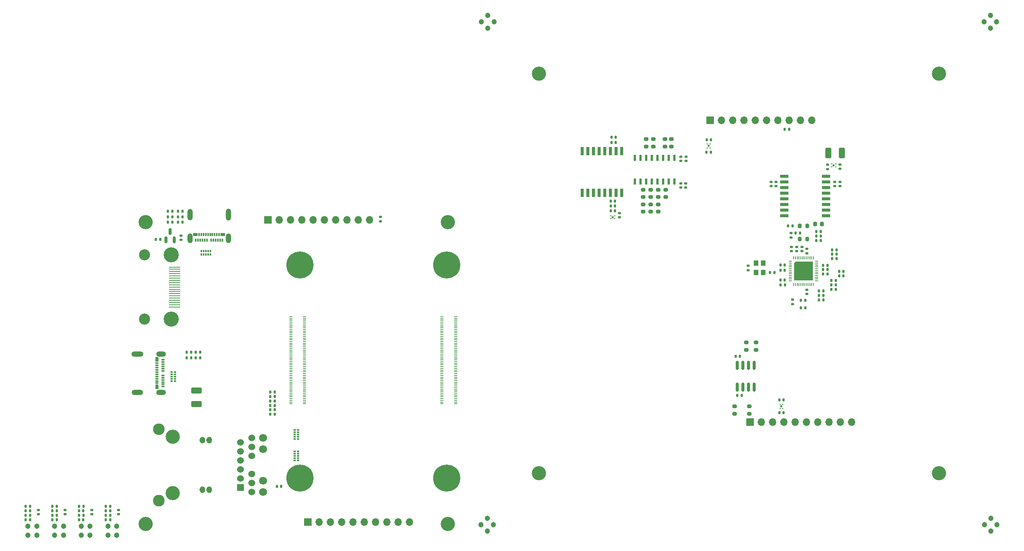
<source format=gbr>
%TF.GenerationSoftware,KiCad,Pcbnew,(7.0.0)*%
%TF.CreationDate,2023-02-14T07:36:11+09:00*%
%TF.ProjectId,audio,61756469-6f2e-46b6-9963-61645f706362,rev?*%
%TF.SameCoordinates,Original*%
%TF.FileFunction,Soldermask,Top*%
%TF.FilePolarity,Negative*%
%FSLAX46Y46*%
G04 Gerber Fmt 4.6, Leading zero omitted, Abs format (unit mm)*
G04 Created by KiCad (PCBNEW (7.0.0)) date 2023-02-14 07:36:11*
%MOMM*%
%LPD*%
G01*
G04 APERTURE LIST*
G04 Aperture macros list*
%AMRoundRect*
0 Rectangle with rounded corners*
0 $1 Rounding radius*
0 $2 $3 $4 $5 $6 $7 $8 $9 X,Y pos of 4 corners*
0 Add a 4 corners polygon primitive as box body*
4,1,4,$2,$3,$4,$5,$6,$7,$8,$9,$2,$3,0*
0 Add four circle primitives for the rounded corners*
1,1,$1+$1,$2,$3*
1,1,$1+$1,$4,$5*
1,1,$1+$1,$6,$7*
1,1,$1+$1,$8,$9*
0 Add four rect primitives between the rounded corners*
20,1,$1+$1,$2,$3,$4,$5,0*
20,1,$1+$1,$4,$5,$6,$7,0*
20,1,$1+$1,$6,$7,$8,$9,0*
20,1,$1+$1,$8,$9,$2,$3,0*%
%AMOutline5P*
0 Free polygon, 5 corners , with rotation*
0 The origin of the aperture is its center*
0 number of corners: always 5*
0 $1 to $10 corner X, Y*
0 $11 Rotation angle, in degrees counterclockwise*
0 create outline with 5 corners*
4,1,5,$1,$2,$3,$4,$5,$6,$7,$8,$9,$10,$1,$2,$11*%
%AMOutline6P*
0 Free polygon, 6 corners , with rotation*
0 The origin of the aperture is its center*
0 number of corners: always 6*
0 $1 to $12 corner X, Y*
0 $13 Rotation angle, in degrees counterclockwise*
0 create outline with 6 corners*
4,1,6,$1,$2,$3,$4,$5,$6,$7,$8,$9,$10,$11,$12,$1,$2,$13*%
%AMOutline7P*
0 Free polygon, 7 corners , with rotation*
0 The origin of the aperture is its center*
0 number of corners: always 7*
0 $1 to $14 corner X, Y*
0 $15 Rotation angle, in degrees counterclockwise*
0 create outline with 7 corners*
4,1,7,$1,$2,$3,$4,$5,$6,$7,$8,$9,$10,$11,$12,$13,$14,$1,$2,$15*%
%AMOutline8P*
0 Free polygon, 8 corners , with rotation*
0 The origin of the aperture is its center*
0 number of corners: always 8*
0 $1 to $16 corner X, Y*
0 $17 Rotation angle, in degrees counterclockwise*
0 create outline with 8 corners*
4,1,8,$1,$2,$3,$4,$5,$6,$7,$8,$9,$10,$11,$12,$13,$14,$15,$16,$1,$2,$17*%
G04 Aperture macros list end*
%ADD10C,1.200000*%
%ADD11RoundRect,0.135000X0.135000X0.185000X-0.135000X0.185000X-0.135000X-0.185000X0.135000X-0.185000X0*%
%ADD12RoundRect,0.140000X-0.140000X-0.170000X0.140000X-0.170000X0.140000X0.170000X-0.140000X0.170000X0*%
%ADD13RoundRect,0.140000X-0.170000X0.140000X-0.170000X-0.140000X0.170000X-0.140000X0.170000X0.140000X0*%
%ADD14C,3.200000*%
%ADD15RoundRect,0.200000X0.275000X-0.200000X0.275000X0.200000X-0.275000X0.200000X-0.275000X-0.200000X0*%
%ADD16RoundRect,0.140000X0.140000X0.170000X-0.140000X0.170000X-0.140000X-0.170000X0.140000X-0.170000X0*%
%ADD17RoundRect,0.200000X-0.275000X0.200000X-0.275000X-0.200000X0.275000X-0.200000X0.275000X0.200000X0*%
%ADD18Outline5P,-0.125000X0.200000X0.000000X0.200000X0.125000X0.075000X0.125000X-0.200000X-0.125000X-0.200000X90.000000*%
%ADD19Outline5P,-0.125000X0.075000X0.000000X0.200000X0.125000X0.200000X0.125000X-0.200000X-0.125000X-0.200000X90.000000*%
%ADD20Outline5P,-0.125000X0.200000X0.125000X0.200000X0.125000X-0.200000X0.000000X-0.200000X-0.125000X-0.075000X90.000000*%
%ADD21Outline5P,-0.125000X0.200000X0.125000X0.200000X0.125000X-0.075000X0.000000X-0.200000X-0.125000X-0.200000X90.000000*%
%ADD22Outline5P,-0.200000X0.200000X0.200000X0.200000X0.200000X-0.200000X-0.120000X-0.200000X-0.200000X-0.120000X135.000000*%
%ADD23RoundRect,0.150000X0.150000X-0.587500X0.150000X0.587500X-0.150000X0.587500X-0.150000X-0.587500X0*%
%ADD24RoundRect,0.135000X-0.135000X-0.185000X0.135000X-0.185000X0.135000X0.185000X-0.135000X0.185000X0*%
%ADD25RoundRect,0.140000X0.170000X-0.140000X0.170000X0.140000X-0.170000X0.140000X-0.170000X-0.140000X0*%
%ADD26R,0.700000X0.300000*%
%ADD27R,0.700000X1.000000*%
%ADD28O,2.200000X1.200000*%
%ADD29O,2.700000X1.200000*%
%ADD30O,2.600000X1.200000*%
%ADD31R,1.524000X1.524000*%
%ADD32C,1.524000*%
%ADD33C,1.800000*%
%ADD34O,1.270000X1.524000*%
%ADD35C,2.630000*%
%ADD36C,2.610000*%
%ADD37RoundRect,0.250000X0.925000X-0.412500X0.925000X0.412500X-0.925000X0.412500X-0.925000X-0.412500X0*%
%ADD38C,6.100000*%
%ADD39R,0.700000X0.200000*%
%ADD40R,0.550000X0.300000*%
%ADD41R,0.550000X0.400000*%
%ADD42R,1.700000X1.700000*%
%ADD43O,1.700000X1.700000*%
%ADD44Outline5P,-0.125000X0.200000X0.000000X0.200000X0.125000X0.075000X0.125000X-0.200000X-0.125000X-0.200000X0.000000*%
%ADD45Outline5P,-0.125000X0.075000X0.000000X0.200000X0.125000X0.200000X0.125000X-0.200000X-0.125000X-0.200000X0.000000*%
%ADD46Outline5P,-0.125000X0.200000X0.125000X0.200000X0.125000X-0.200000X0.000000X-0.200000X-0.125000X-0.075000X0.000000*%
%ADD47Outline5P,-0.125000X0.200000X0.125000X0.200000X0.125000X-0.075000X0.000000X-0.200000X-0.125000X-0.200000X0.000000*%
%ADD48Outline5P,-0.200000X0.200000X0.200000X0.200000X0.200000X-0.200000X-0.120000X-0.200000X-0.200000X-0.120000X45.000000*%
%ADD49RoundRect,0.200000X0.200000X0.275000X-0.200000X0.275000X-0.200000X-0.275000X0.200000X-0.275000X0*%
%ADD50RoundRect,0.250000X-0.412500X-0.925000X0.412500X-0.925000X0.412500X0.925000X-0.412500X0.925000X0*%
%ADD51Outline5P,-0.125000X0.200000X0.000000X0.200000X0.125000X0.075000X0.125000X-0.200000X-0.125000X-0.200000X270.000000*%
%ADD52Outline5P,-0.125000X0.075000X0.000000X0.200000X0.125000X0.200000X0.125000X-0.200000X-0.125000X-0.200000X270.000000*%
%ADD53Outline5P,-0.125000X0.200000X0.125000X0.200000X0.125000X-0.200000X0.000000X-0.200000X-0.125000X-0.075000X270.000000*%
%ADD54Outline5P,-0.125000X0.200000X0.125000X0.200000X0.125000X-0.075000X0.000000X-0.200000X-0.125000X-0.200000X270.000000*%
%ADD55Outline5P,-0.200000X0.200000X0.200000X0.200000X0.200000X-0.200000X-0.120000X-0.200000X-0.200000X-0.120000X315.000000*%
%ADD56R,0.300000X0.550000*%
%ADD57R,0.400000X0.550000*%
%ADD58RoundRect,0.135000X-0.185000X0.135000X-0.185000X-0.135000X0.185000X-0.135000X0.185000X0.135000X0*%
%ADD59Outline5P,-0.125000X0.200000X0.000000X0.200000X0.125000X0.075000X0.125000X-0.200000X-0.125000X-0.200000X180.000000*%
%ADD60Outline5P,-0.125000X0.075000X0.000000X0.200000X0.125000X0.200000X0.125000X-0.200000X-0.125000X-0.200000X180.000000*%
%ADD61Outline5P,-0.125000X0.200000X0.125000X0.200000X0.125000X-0.200000X0.000000X-0.200000X-0.125000X-0.075000X180.000000*%
%ADD62Outline5P,-0.125000X0.200000X0.125000X0.200000X0.125000X-0.075000X0.000000X-0.200000X-0.125000X-0.200000X180.000000*%
%ADD63Outline5P,-0.200000X0.200000X0.200000X0.200000X0.200000X-0.200000X-0.120000X-0.200000X-0.200000X-0.120000X225.000000*%
%ADD64RoundRect,0.225000X0.225000X0.250000X-0.225000X0.250000X-0.225000X-0.250000X0.225000X-0.250000X0*%
%ADD65RoundRect,0.135000X0.185000X-0.135000X0.185000X0.135000X-0.185000X0.135000X-0.185000X-0.135000X0*%
%ADD66RoundRect,0.150000X0.150000X-0.825000X0.150000X0.825000X-0.150000X0.825000X-0.150000X-0.825000X0*%
%ADD67R,2.600000X0.280000*%
%ADD68C,3.400000*%
%ADD69C,2.500000*%
%ADD70R,0.558000X1.391399*%
%ADD71R,0.800000X0.200000*%
%ADD72R,0.200000X0.800000*%
%ADD73Outline5P,-2.100000X1.750000X-1.750000X2.100000X2.100000X2.100000X2.100000X-2.100000X-2.100000X-2.100000X0.000000*%
%ADD74RoundRect,0.200000X-0.200000X-0.275000X0.200000X-0.275000X0.200000X0.275000X-0.200000X0.275000X0*%
%ADD75R,1.925000X0.650000*%
%ADD76R,0.300000X0.700000*%
%ADD77R,1.000000X0.700000*%
%ADD78O,1.200000X2.200000*%
%ADD79O,1.200000X2.700000*%
%ADD80O,1.200000X2.600000*%
%ADD81R,1.100000X1.300000*%
%ADD82R,0.650000X1.925000*%
G04 APERTURE END LIST*
D10*
%TO.C,U24*%
X-23000000Y-74000000D03*
X-21000000Y-74000000D03*
X-21000000Y-72000000D03*
X-23000000Y-72000000D03*
%TD*%
%TO.C,U22*%
X-17000000Y-74000000D03*
X-15000000Y-74000000D03*
X-15000000Y-72000000D03*
X-17000000Y-72000000D03*
%TD*%
%TO.C,U20*%
X-11000000Y-74000000D03*
X-9000000Y-74000000D03*
X-9000000Y-72000000D03*
X-11000000Y-72000000D03*
%TD*%
D11*
%TO.C,R63*%
X-22490000Y-69500000D03*
X-23510000Y-69500000D03*
%TD*%
%TO.C,R62*%
X-22490000Y-67500000D03*
X-23510000Y-67500000D03*
%TD*%
%TO.C,R61*%
X-16490000Y-69500000D03*
X-17510000Y-69500000D03*
%TD*%
%TO.C,R60*%
X-16490000Y-67500000D03*
X-17510000Y-67500000D03*
%TD*%
%TO.C,R59*%
X-10490000Y-69500000D03*
X-11510000Y-69500000D03*
%TD*%
%TO.C,R58*%
X-10490000Y-67500000D03*
X-11510000Y-67500000D03*
%TD*%
D12*
%TO.C,C14*%
X-23480000Y-70500000D03*
X-22520000Y-70500000D03*
%TD*%
D13*
%TO.C,C13*%
X-20640000Y-68320000D03*
X-20640000Y-69280000D03*
%TD*%
D12*
%TO.C,C12*%
X-23480000Y-68500000D03*
X-22520000Y-68500000D03*
%TD*%
%TO.C,C11*%
X-17480000Y-70500000D03*
X-16520000Y-70500000D03*
%TD*%
D13*
%TO.C,C10*%
X-14640000Y-68320000D03*
X-14640000Y-69280000D03*
%TD*%
D12*
%TO.C,C9*%
X-17480000Y-68500000D03*
X-16520000Y-68500000D03*
%TD*%
%TO.C,C8*%
X-11480000Y-70500000D03*
X-10520000Y-70500000D03*
%TD*%
D13*
%TO.C,C7*%
X-8640000Y-68320000D03*
X-8640000Y-69280000D03*
%TD*%
D12*
%TO.C,C6*%
X-11480000Y-68500000D03*
X-10520000Y-68500000D03*
%TD*%
D14*
%TO.C,*%
X92000000Y-60000000D03*
%TD*%
%TO.C,*%
X182000000Y-60000000D03*
%TD*%
%TO.C,*%
X182000000Y30000000D03*
%TD*%
%TO.C,*%
X92000000Y30000000D03*
%TD*%
D11*
%TO.C,R57*%
X155410000Y-7600000D03*
X154390000Y-7600000D03*
%TD*%
%TO.C,R56*%
X158910000Y-11700000D03*
X157890000Y-11700000D03*
%TD*%
%TO.C,R55*%
X158810000Y-18600000D03*
X157790000Y-18600000D03*
%TD*%
%TO.C,R54*%
X156010000Y-21000000D03*
X154990000Y-21000000D03*
%TD*%
D10*
%TO.C,U17*%
X195055358Y-71641145D03*
X193641144Y-73055359D03*
X192226931Y-71641145D03*
X193641144Y-70226931D03*
%TD*%
D11*
%TO.C,R41*%
X155410000Y-5600000D03*
X154390000Y-5600000D03*
%TD*%
%TO.C,R40*%
X155410000Y-6600000D03*
X154390000Y-6600000D03*
%TD*%
%TO.C,R39*%
X158910000Y-9700000D03*
X157890000Y-9700000D03*
%TD*%
%TO.C,R38*%
X158910000Y-10700000D03*
X157890000Y-10700000D03*
%TD*%
%TO.C,R37*%
X158810000Y-16600000D03*
X157790000Y-16600000D03*
%TD*%
%TO.C,R9*%
X158810000Y-17600000D03*
X157790000Y-17600000D03*
%TD*%
%TO.C,R8*%
X156010000Y-19000000D03*
X154990000Y-19000000D03*
%TD*%
%TO.C,R7*%
X156010000Y-20000000D03*
X154990000Y-20000000D03*
%TD*%
D15*
%TO.C,R53*%
X115400000Y2175000D03*
X115400000Y3825000D03*
%TD*%
D12*
%TO.C,C62*%
X136620000Y-42500000D03*
X137580000Y-42500000D03*
%TD*%
D16*
%TO.C,C78*%
X147037500Y-43510000D03*
X146077500Y-43510000D03*
%TD*%
D17*
%TO.C,R43*%
X120300000Y15225000D03*
X120300000Y13575000D03*
%TD*%
D12*
%TO.C,C51*%
X159520000Y-15600000D03*
X160480000Y-15600000D03*
%TD*%
%TO.C,C57*%
X155920000Y-13180000D03*
X156880000Y-13180000D03*
%TD*%
D18*
%TO.C,U12*%
X109029999Y-2709999D03*
D19*
X109029999Y-2059999D03*
D20*
X108129999Y-2059999D03*
D21*
X108129999Y-2709999D03*
D22*
X108579999Y-2384999D03*
%TD*%
D23*
%TO.C,U1*%
X8050000Y-7437500D03*
X9950000Y-7437500D03*
X9000000Y-5562500D03*
%TD*%
D24*
%TO.C,R33*%
X150890000Y-21100000D03*
X151910000Y-21100000D03*
%TD*%
D14*
%TO.C,REF\u002A\u002A*%
X3500000Y-71500000D03*
%TD*%
D25*
%TO.C,C2*%
X11500000Y-7480000D03*
X11500000Y-6520000D03*
%TD*%
D13*
%TO.C,C4*%
X-2620000Y-68320000D03*
X-2620000Y-69280000D03*
%TD*%
D15*
%TO.C,R49*%
X140800000Y-32225000D03*
X140800000Y-30575000D03*
%TD*%
D25*
%TO.C,C68*%
X144200000Y4620000D03*
X144200000Y5580000D03*
%TD*%
D26*
%TO.C,J5*%
X7369999Y-34499999D03*
X7369999Y-34999999D03*
X7369999Y-35499999D03*
X7369999Y-35999999D03*
X7369999Y-36499999D03*
X7369999Y-36999999D03*
X7369999Y-37999999D03*
X7369999Y-38499999D03*
X7369999Y-38999999D03*
X7369999Y-39499999D03*
X7369999Y-39999999D03*
X7369999Y-40499999D03*
D27*
X6069999Y-40599999D03*
D26*
X6069999Y-39749999D03*
X6069999Y-39249999D03*
X6069999Y-38749999D03*
X6069999Y-38249999D03*
X6069999Y-37749999D03*
X6069999Y-37249999D03*
X6069999Y-36749999D03*
X6069999Y-36249999D03*
X6069999Y-35749999D03*
X6069999Y-35249999D03*
D27*
X6069999Y-34399999D03*
D28*
X6959999Y-33179999D03*
X6959999Y-41819999D03*
D29*
X1599999Y-33179999D03*
D30*
X1599999Y-41819999D03*
%TD*%
D24*
%TO.C,R1*%
X31490000Y-41750000D03*
X32510000Y-41750000D03*
%TD*%
D14*
%TO.C,J2*%
X9637500Y-64507500D03*
X9637500Y-51807500D03*
D31*
X24877499Y-63237499D03*
D32*
X24877500Y-61205500D03*
X24877500Y-59173500D03*
X24877500Y-57141500D03*
X24877500Y-55109500D03*
X24877500Y-53077500D03*
X27417500Y-64253500D03*
X27417500Y-62221500D03*
X27417500Y-60189500D03*
X27417500Y-56125500D03*
X27417500Y-54093500D03*
X27417500Y-52061500D03*
D33*
X29957500Y-64253500D03*
X29957500Y-61713500D03*
X29957500Y-54601500D03*
X29957500Y-52061500D03*
D34*
X17767499Y-63752499D03*
X17767499Y-52572499D03*
X16297499Y-63752499D03*
X16297499Y-52572499D03*
D35*
X6462500Y-66222000D03*
D36*
X6462500Y-50093000D03*
%TD*%
D12*
%TO.C,C41*%
X108120000Y-900000D03*
X109080000Y-900000D03*
%TD*%
%TO.C,C5*%
X-5460000Y-70500000D03*
X-4500000Y-70500000D03*
%TD*%
D24*
%TO.C,R14*%
X8490000Y-3500000D03*
X9510000Y-3500000D03*
%TD*%
D37*
%TO.C,C73*%
X14900000Y-44437500D03*
X14900000Y-41362500D03*
%TD*%
D24*
%TO.C,R2*%
X31490000Y-42750000D03*
X32510000Y-42750000D03*
%TD*%
%TO.C,R35*%
X147250000Y17410000D03*
X148270000Y17410000D03*
%TD*%
D25*
%TO.C,C71*%
X158525000Y4620000D03*
X158525000Y5580000D03*
%TD*%
D38*
%TO.C,CM4_MODULE1*%
X71200000Y-61100000D03*
X71200000Y-13100000D03*
X38200000Y-61100000D03*
X38200000Y-13100000D03*
D39*
X73239999Y-44399999D03*
X70159999Y-44399999D03*
X73239999Y-43999999D03*
X70159999Y-43999999D03*
X73239999Y-43599999D03*
X70159999Y-43599999D03*
X73239999Y-43199999D03*
X70159999Y-43199999D03*
X73239999Y-42799999D03*
X70159999Y-42799999D03*
X73239999Y-42399999D03*
X70159999Y-42399999D03*
X73239999Y-41999999D03*
X70159999Y-41999999D03*
X73239999Y-41599999D03*
X70159999Y-41599999D03*
X73239999Y-41199999D03*
X70159999Y-41199999D03*
X73239999Y-40799999D03*
X70159999Y-40799999D03*
X73239999Y-40399999D03*
X70159999Y-40399999D03*
X73239999Y-39999999D03*
X70159999Y-39999999D03*
X73239999Y-39599999D03*
X70159999Y-39599999D03*
X73239999Y-39199999D03*
X70159999Y-39199999D03*
X73239999Y-38799999D03*
X70159999Y-38799999D03*
X73239999Y-38399999D03*
X70159999Y-38399999D03*
X73239999Y-37999999D03*
X70159999Y-37999999D03*
X73239999Y-37599999D03*
X70159999Y-37599999D03*
X73239999Y-37199999D03*
X70159999Y-37199999D03*
X73239999Y-36799999D03*
X70159999Y-36799999D03*
X73239999Y-36399999D03*
X70159999Y-36399999D03*
X73239999Y-35999999D03*
X70159999Y-35999999D03*
X73239999Y-35599999D03*
X70159999Y-35599999D03*
X73239999Y-35199999D03*
X70159999Y-35199999D03*
X73239999Y-34799999D03*
X70159999Y-34799999D03*
X73239999Y-34399999D03*
X70159999Y-34399999D03*
X73239999Y-33999999D03*
X70159999Y-33999999D03*
X73239999Y-33599999D03*
X70159999Y-33599999D03*
X73239999Y-33199999D03*
X70159999Y-33199999D03*
X73239999Y-32799999D03*
X70159999Y-32799999D03*
X73239999Y-32399999D03*
X70159999Y-32399999D03*
X73239999Y-31999999D03*
X70159999Y-31999999D03*
X73239999Y-31599999D03*
X70159999Y-31599999D03*
X73239999Y-31199999D03*
X70159999Y-31199999D03*
X73239999Y-30799999D03*
X70159999Y-30799999D03*
X73239999Y-30399999D03*
X70159999Y-30399999D03*
X73239999Y-29999999D03*
X70159999Y-29999999D03*
X73239999Y-29599999D03*
X70159999Y-29599999D03*
X73239999Y-29199999D03*
X70159999Y-29199999D03*
X73239999Y-28799999D03*
X70159999Y-28799999D03*
X73239999Y-28399999D03*
X70159999Y-28399999D03*
X73239999Y-27999999D03*
X70159999Y-27999999D03*
X73239999Y-27599999D03*
X70159999Y-27599999D03*
X73239999Y-27199999D03*
X70159999Y-27199999D03*
X73239999Y-26799999D03*
X70159999Y-26799999D03*
X73239999Y-26399999D03*
X70159999Y-26399999D03*
X73239999Y-25999999D03*
X70159999Y-25999999D03*
X73239999Y-25599999D03*
X70159999Y-25599999D03*
X73239999Y-25199999D03*
X70159999Y-25199999D03*
X73239999Y-24799999D03*
X70159999Y-24799999D03*
X39239999Y-44399999D03*
X36159999Y-44399999D03*
X39239999Y-43999999D03*
X36159999Y-43999999D03*
X39239999Y-43599999D03*
X36159999Y-43599999D03*
X39239999Y-43199999D03*
X36159999Y-43199999D03*
X39239999Y-42799999D03*
X36159999Y-42799999D03*
X39239999Y-42399999D03*
X36159999Y-42399999D03*
X39239999Y-41999999D03*
X36159999Y-41999999D03*
X39239999Y-41599999D03*
X36159999Y-41599999D03*
X39239999Y-41199999D03*
X36159999Y-41199999D03*
X39239999Y-40799999D03*
X36159999Y-40799999D03*
X39239999Y-40399999D03*
X36159999Y-40399999D03*
X39239999Y-39999999D03*
X36159999Y-39999999D03*
X39239999Y-39599999D03*
X36159999Y-39599999D03*
X39239999Y-39199999D03*
X36159999Y-39199999D03*
X39239999Y-38799999D03*
X36159999Y-38799999D03*
X39239999Y-38399999D03*
X36159999Y-38399999D03*
X39239999Y-37999999D03*
X36159999Y-37999999D03*
X39239999Y-37599999D03*
X36159999Y-37599999D03*
X39239999Y-37199999D03*
X36159999Y-37199999D03*
X39239999Y-36799999D03*
X36159999Y-36799999D03*
X39239999Y-36399999D03*
X36159999Y-36399999D03*
X39239999Y-35999999D03*
X36159999Y-35999999D03*
X39239999Y-35599999D03*
X36159999Y-35599999D03*
X39239999Y-35199999D03*
X36159999Y-35199999D03*
X39239999Y-34799999D03*
X36159999Y-34799999D03*
X39239999Y-34399999D03*
X36159999Y-34399999D03*
X39239999Y-33999999D03*
X36159999Y-33999999D03*
X39239999Y-33599999D03*
X36159999Y-33599999D03*
X39239999Y-33199999D03*
X36159999Y-33199999D03*
X39239999Y-32799999D03*
X36159999Y-32799999D03*
X39239999Y-32399999D03*
X36159999Y-32399999D03*
X39239999Y-31999999D03*
X36159999Y-31999999D03*
X39239999Y-31599999D03*
X36159999Y-31599999D03*
X39239999Y-31199999D03*
X36159999Y-31199999D03*
X39239999Y-30799999D03*
X36159999Y-30799999D03*
X39239999Y-30399999D03*
X36159999Y-30399999D03*
X39239999Y-29999999D03*
X36159999Y-29999999D03*
X39239999Y-29599999D03*
X36159999Y-29599999D03*
X39239999Y-29199999D03*
X36159999Y-29199999D03*
X39239999Y-28799999D03*
X36159999Y-28799999D03*
X39239999Y-28399999D03*
X36159999Y-28399999D03*
X39239999Y-27999999D03*
X36159999Y-27999999D03*
X39239999Y-27599999D03*
X36159999Y-27599999D03*
X39239999Y-27199999D03*
X36159999Y-27199999D03*
X39239999Y-26799999D03*
X36159999Y-26799999D03*
X39239999Y-26399999D03*
X36159999Y-26399999D03*
X39239999Y-25999999D03*
X36159999Y-25999999D03*
X39239999Y-25599999D03*
X36159999Y-25599999D03*
X39239999Y-25199999D03*
X36159999Y-25199999D03*
X39239999Y-24799999D03*
X36159999Y-24799999D03*
%TD*%
D40*
%TO.C,U5*%
X37774999Y-57139999D03*
X37774999Y-56639999D03*
D41*
X37774999Y-56139999D03*
D40*
X37774999Y-55639999D03*
X37774999Y-55139999D03*
X37004999Y-55139999D03*
X37004999Y-55639999D03*
D41*
X37004999Y-56139999D03*
D40*
X37004999Y-56639999D03*
X37004999Y-57139999D03*
%TD*%
%TO.C,U3*%
X9364999Y-37249999D03*
X9364999Y-37749999D03*
D41*
X9364999Y-38249999D03*
D40*
X9364999Y-38749999D03*
X9364999Y-39249999D03*
X10134999Y-39249999D03*
X10134999Y-38749999D03*
D41*
X10134999Y-38249999D03*
D40*
X10134999Y-37749999D03*
X10134999Y-37249999D03*
%TD*%
D13*
%TO.C,C54*%
X152300000Y-18720000D03*
X152300000Y-19680000D03*
%TD*%
D24*
%TO.C,R4*%
X31490000Y-44750000D03*
X32510000Y-44750000D03*
%TD*%
D42*
%TO.C,J6*%
X30999999Y-2999999D03*
D43*
X33539999Y-2999999D03*
X36079999Y-2999999D03*
X38619999Y-2999999D03*
X41159999Y-2999999D03*
X43699999Y-2999999D03*
X46239999Y-2999999D03*
X48779999Y-2999999D03*
X51319999Y-2999999D03*
X53859999Y-2999999D03*
%TD*%
D12*
%TO.C,C3*%
X-5460000Y-68500000D03*
X-4500000Y-68500000D03*
%TD*%
D16*
%TO.C,C46*%
X147280000Y-13100000D03*
X146320000Y-13100000D03*
%TD*%
D12*
%TO.C,C76*%
X129680000Y12280000D03*
X130640000Y12280000D03*
%TD*%
D15*
%TO.C,R48*%
X138600000Y-32225000D03*
X138600000Y-30575000D03*
%TD*%
D44*
%TO.C,U13*%
X129854999Y13229999D03*
D45*
X130504999Y13229999D03*
D46*
X130504999Y14129999D03*
D47*
X129854999Y14129999D03*
D48*
X130179999Y13679999D03*
%TD*%
D25*
%TO.C,C45*%
X151200000Y-9980000D03*
X151200000Y-9020000D03*
%TD*%
D14*
%TO.C,REF\u002A\u002A*%
X3500000Y-3500000D03*
%TD*%
D49*
%TO.C,R25*%
X152325000Y-7300000D03*
X150675000Y-7300000D03*
%TD*%
D24*
%TO.C,R11*%
X31490000Y-45750000D03*
X32510000Y-45750000D03*
%TD*%
%TO.C,R27*%
X143920000Y-14790000D03*
X144940000Y-14790000D03*
%TD*%
D16*
%TO.C,C1*%
X6780000Y-7400000D03*
X5820000Y-7400000D03*
%TD*%
D17*
%TO.C,R44*%
X117700000Y15225000D03*
X117700000Y13575000D03*
%TD*%
D40*
%TO.C,U6*%
X37799999Y-52329999D03*
X37799999Y-51829999D03*
D41*
X37799999Y-51329999D03*
D40*
X37799999Y-50829999D03*
X37799999Y-50329999D03*
X37029999Y-50329999D03*
X37029999Y-50829999D03*
D41*
X37029999Y-51329999D03*
D40*
X37029999Y-51829999D03*
X37029999Y-52329999D03*
%TD*%
D25*
%TO.C,C44*%
X148800000Y-9980000D03*
X148800000Y-9020000D03*
%TD*%
D24*
%TO.C,R21*%
X14740000Y-34010000D03*
X15760000Y-34010000D03*
%TD*%
D50*
%TO.C,C82*%
X157062500Y12100000D03*
X160137500Y12100000D03*
%TD*%
D10*
%TO.C,U15*%
X79044642Y41641144D03*
X80458856Y43055358D03*
X81873069Y41641144D03*
X80458856Y40226930D03*
%TD*%
D24*
%TO.C,R18*%
X10740000Y-1000000D03*
X11760000Y-1000000D03*
%TD*%
D13*
%TO.C,C58*%
X125100000Y11280000D03*
X125100000Y10320000D03*
%TD*%
D12*
%TO.C,C63*%
X108120000Y1300000D03*
X109080000Y1300000D03*
%TD*%
D17*
%TO.C,R46*%
X136000000Y-44975000D03*
X136000000Y-46625000D03*
%TD*%
D15*
%TO.C,R51*%
X117100000Y2175000D03*
X117100000Y3825000D03*
%TD*%
D10*
%TO.C,U18*%
X80358856Y-73055358D03*
X78944642Y-71641144D03*
X80358856Y-70226931D03*
X81773070Y-71641144D03*
%TD*%
D16*
%TO.C,C77*%
X147007500Y-46420000D03*
X146047500Y-46420000D03*
%TD*%
%TO.C,C65*%
X137180000Y-33700000D03*
X136220000Y-33700000D03*
%TD*%
D24*
%TO.C,R20*%
X12740000Y-32760000D03*
X13760000Y-32760000D03*
%TD*%
D51*
%TO.C,U11*%
X157849999Y9624999D03*
D52*
X157849999Y8974999D03*
D53*
X158749999Y8974999D03*
D54*
X158749999Y9624999D03*
D55*
X158299999Y9299999D03*
%TD*%
D56*
%TO.C,U7*%
X16019999Y-10794999D03*
X16519999Y-10794999D03*
D57*
X17019999Y-10794999D03*
D56*
X17519999Y-10794999D03*
X18019999Y-10794999D03*
X18019999Y-10024999D03*
X17519999Y-10024999D03*
D57*
X17019999Y-10024999D03*
D56*
X16519999Y-10024999D03*
X16019999Y-10024999D03*
%TD*%
D11*
%TO.C,R24*%
X150710000Y-5900000D03*
X149690000Y-5900000D03*
%TD*%
D12*
%TO.C,C60*%
X108320000Y15700000D03*
X109280000Y15700000D03*
%TD*%
D11*
%TO.C,R12*%
X11760000Y-3500000D03*
X10740000Y-3500000D03*
%TD*%
D14*
%TO.C,REF\u002A\u002A*%
X71500000Y-71500000D03*
%TD*%
D17*
%TO.C,R45*%
X116100000Y15225000D03*
X116100000Y13575000D03*
%TD*%
D12*
%TO.C,C53*%
X155920000Y-15200000D03*
X156880000Y-15200000D03*
%TD*%
D15*
%TO.C,R50*%
X120500000Y2175000D03*
X120500000Y3825000D03*
%TD*%
D12*
%TO.C,C61*%
X108320000Y14500000D03*
X109280000Y14500000D03*
%TD*%
D11*
%TO.C,R22*%
X15760000Y-32760000D03*
X14740000Y-32760000D03*
%TD*%
D24*
%TO.C,R13*%
X10740000Y-2250000D03*
X11760000Y-2250000D03*
%TD*%
D58*
%TO.C,R31*%
X148700000Y-5890000D03*
X148700000Y-6910000D03*
%TD*%
D13*
%TO.C,C66*%
X125000000Y5280000D03*
X125000000Y4320000D03*
%TD*%
D11*
%TO.C,R6*%
X-4470000Y-69500000D03*
X-5490000Y-69500000D03*
%TD*%
D59*
%TO.C,U14*%
X146857499Y-44539999D03*
D60*
X146207499Y-44539999D03*
D61*
X146207499Y-45439999D03*
D62*
X146857499Y-45439999D03*
D63*
X146532499Y-44989999D03*
%TD*%
D16*
%TO.C,C47*%
X147280000Y-16500000D03*
X146320000Y-16500000D03*
%TD*%
D64*
%TO.C,C103*%
X155650000Y-3900000D03*
X154100000Y-3900000D03*
%TD*%
D13*
%TO.C,C50*%
X159700000Y9480000D03*
X159700000Y8520000D03*
%TD*%
D65*
%TO.C,R26*%
X149020000Y-21930000D03*
X149020000Y-20910000D03*
%TD*%
D11*
%TO.C,R23*%
X149010000Y-4300000D03*
X147990000Y-4300000D03*
%TD*%
D17*
%TO.C,R42*%
X121800000Y15225000D03*
X121800000Y13575000D03*
%TD*%
D24*
%TO.C,R34*%
X150890000Y-22800000D03*
X151910000Y-22800000D03*
%TD*%
D15*
%TO.C,R52*%
X118800000Y2175000D03*
X118800000Y3825000D03*
%TD*%
D25*
%TO.C,C59*%
X123900000Y10320000D03*
X123900000Y11280000D03*
%TD*%
D66*
%TO.C,U2*%
X136595000Y-40675000D03*
X137865000Y-40675000D03*
X139135000Y-40675000D03*
X140405000Y-40675000D03*
X140405000Y-35725000D03*
X139135000Y-35725000D03*
X137865000Y-35725000D03*
X136595000Y-35725000D03*
%TD*%
D10*
%TO.C,U16*%
X193541145Y43055358D03*
X194955359Y41641144D03*
X193541145Y40226931D03*
X192126931Y41641144D03*
%TD*%
D25*
%TO.C,C55*%
X152300000Y-10480000D03*
X152300000Y-9520000D03*
%TD*%
D65*
%TO.C,R36*%
X56299968Y-3341480D03*
X56299968Y-2321480D03*
%TD*%
D12*
%TO.C,C52*%
X159520000Y-14600000D03*
X160480000Y-14600000D03*
%TD*%
D67*
%TO.C,J1*%
X10028499Y-22592499D03*
X10028499Y-22092499D03*
X10028499Y-21592499D03*
X10028499Y-21092499D03*
X10028499Y-20592499D03*
X10028499Y-20092499D03*
X10028499Y-19592499D03*
X10028499Y-19092499D03*
X10028499Y-18592499D03*
X10028499Y-18092499D03*
X10028499Y-17592499D03*
X10028499Y-17092499D03*
X10028499Y-16592499D03*
X10028499Y-16092499D03*
X10028499Y-15592499D03*
X10028499Y-15092499D03*
X10028499Y-14592499D03*
X10028499Y-14092499D03*
X10028499Y-13592499D03*
D68*
X9228500Y-10842500D03*
X9228500Y-25342500D03*
D69*
X3228500Y-10842500D03*
X3228500Y-25342500D03*
%TD*%
D70*
%TO.C,U9*%
X122444999Y11004619D03*
X121174999Y11004619D03*
X119904999Y11004619D03*
X118634999Y11004619D03*
X117364999Y11004619D03*
X116094999Y11004619D03*
X114824999Y11004619D03*
X113554999Y11004619D03*
X113554999Y5701623D03*
X114824999Y5701623D03*
X116094999Y5701623D03*
X117364999Y5701623D03*
X118634999Y5701623D03*
X119904999Y5701623D03*
X121174999Y5701623D03*
X122444999Y5701623D03*
%TD*%
D71*
%TO.C,U10*%
X148499999Y-12299999D03*
X148499999Y-12699999D03*
X148499999Y-13099999D03*
X148499999Y-13499999D03*
X148499999Y-13899999D03*
X148499999Y-14299999D03*
X148499999Y-14699999D03*
X148499999Y-15099999D03*
X148499999Y-15499999D03*
X148499999Y-15899999D03*
X148499999Y-16299999D03*
X148499999Y-16699999D03*
D72*
X149299999Y-17499999D03*
X149699999Y-17499999D03*
X150099999Y-17499999D03*
X150499999Y-17499999D03*
X150899999Y-17499999D03*
X151299999Y-17499999D03*
X151699999Y-17499999D03*
X152099999Y-17499999D03*
X152499999Y-17499999D03*
X152899999Y-17499999D03*
X153299999Y-17499999D03*
X153699999Y-17499999D03*
D71*
X154499999Y-16699999D03*
X154499999Y-16299999D03*
X154499999Y-15899999D03*
X154499999Y-15499999D03*
X154499999Y-15099999D03*
X154499999Y-14699999D03*
X154499999Y-14299999D03*
X154499999Y-13899999D03*
X154499999Y-13499999D03*
X154499999Y-13099999D03*
X154499999Y-12699999D03*
X154499999Y-12299999D03*
D72*
X153699999Y-11499999D03*
X153299999Y-11499999D03*
X152899999Y-11499999D03*
X152499999Y-11499999D03*
X152099999Y-11499999D03*
X151699999Y-11499999D03*
X151299999Y-11499999D03*
X150899999Y-11499999D03*
X150499999Y-11499999D03*
X150099999Y-11499999D03*
X149699999Y-11499999D03*
X149299999Y-11499999D03*
D73*
X151499999Y-14499999D03*
%TD*%
D11*
%TO.C,R5*%
X-4470000Y-67500000D03*
X-5490000Y-67500000D03*
%TD*%
D12*
%TO.C,C64*%
X108120000Y200000D03*
X109080000Y200000D03*
%TD*%
D10*
%TO.C,U8*%
X-5000000Y-73990000D03*
X-3000000Y-73990000D03*
X-3000000Y-71990000D03*
X-5000000Y-71990000D03*
%TD*%
D74*
%TO.C,R32*%
X150675000Y-4300000D03*
X152325000Y-4300000D03*
%TD*%
D12*
%TO.C,C75*%
X129710000Y15040000D03*
X130670000Y15040000D03*
%TD*%
D25*
%TO.C,C69*%
X145300000Y4620000D03*
X145300000Y5580000D03*
%TD*%
D17*
%TO.C,R28*%
X118800000Y525000D03*
X118800000Y-1125000D03*
%TD*%
D14*
%TO.C,REF\u002A\u002A*%
X71500000Y-3500000D03*
%TD*%
D17*
%TO.C,R29*%
X115400000Y525000D03*
X115400000Y-1125000D03*
%TD*%
D12*
%TO.C,C56*%
X155920000Y-14170000D03*
X156880000Y-14170000D03*
%TD*%
D25*
%TO.C,C74*%
X139020000Y-14270000D03*
X139020000Y-13310000D03*
%TD*%
D75*
%TO.C,PS2*%
X147187999Y6844999D03*
X147187999Y5574999D03*
X147187999Y4304999D03*
X147187999Y3034999D03*
X147187999Y1764999D03*
X147187999Y494999D03*
X147187999Y-774999D03*
X147187999Y-2044999D03*
X156611999Y-2044999D03*
X156611999Y-774999D03*
X156611999Y494999D03*
X156611999Y1764999D03*
X156611999Y3034999D03*
X156611999Y4304999D03*
X156611999Y5574999D03*
X156611999Y6844999D03*
%TD*%
D12*
%TO.C,C39*%
X33040000Y-63000000D03*
X34000000Y-63000000D03*
%TD*%
D24*
%TO.C,R17*%
X146290000Y-17600000D03*
X147310000Y-17600000D03*
%TD*%
D11*
%TO.C,R19*%
X13760000Y-34010000D03*
X12740000Y-34010000D03*
%TD*%
D25*
%TO.C,C67*%
X123900000Y4320000D03*
X123900000Y5280000D03*
%TD*%
D42*
%TO.C,J7*%
X39999999Y-70999999D03*
D43*
X42539999Y-70999999D03*
X45079999Y-70999999D03*
X47619999Y-70999999D03*
X50159999Y-70999999D03*
X52699999Y-70999999D03*
X55239999Y-70999999D03*
X57779999Y-70999999D03*
X60319999Y-70999999D03*
X62859999Y-70999999D03*
%TD*%
D76*
%TO.C,J4*%
X20769999Y-7539999D03*
X20269999Y-7539999D03*
X19769999Y-7539999D03*
X19269999Y-7539999D03*
X18769999Y-7539999D03*
X18269999Y-7539999D03*
X17269999Y-7539999D03*
X16769999Y-7539999D03*
X16269999Y-7539999D03*
X15769999Y-7539999D03*
X15269999Y-7539999D03*
X14769999Y-7539999D03*
D77*
X14669999Y-6239999D03*
D76*
X15519999Y-6239999D03*
X16019999Y-6239999D03*
X16519999Y-6239999D03*
X17019999Y-6239999D03*
X17519999Y-6239999D03*
X18019999Y-6239999D03*
X18519999Y-6239999D03*
X19019999Y-6239999D03*
X19519999Y-6239999D03*
X20019999Y-6239999D03*
D77*
X20869999Y-6239999D03*
D78*
X22089999Y-7129999D03*
X13449999Y-7129999D03*
D79*
X22089999Y-1769999D03*
D80*
X13449999Y-1769999D03*
%TD*%
D17*
%TO.C,R30*%
X117100000Y525000D03*
X117100000Y-1125000D03*
%TD*%
D25*
%TO.C,C43*%
X150000000Y-9980000D03*
X150000000Y-9020000D03*
%TD*%
D16*
%TO.C,C48*%
X147280000Y-14300000D03*
X146320000Y-14300000D03*
%TD*%
D11*
%TO.C,R15*%
X9510000Y-2250000D03*
X8490000Y-2250000D03*
%TD*%
D81*
%TO.C,X1*%
X140794999Y-12739999D03*
X140794999Y-14839999D03*
X142444999Y-14839999D03*
X142444999Y-12739999D03*
%TD*%
D13*
%TO.C,C49*%
X156900000Y9460000D03*
X156900000Y8500000D03*
%TD*%
D25*
%TO.C,C42*%
X110100000Y-2380000D03*
X110100000Y-1420000D03*
%TD*%
D24*
%TO.C,R16*%
X8490000Y-1000000D03*
X9510000Y-1000000D03*
%TD*%
%TO.C,R3*%
X31490000Y-43750000D03*
X32510000Y-43750000D03*
%TD*%
D82*
%TO.C,PS1*%
X110644999Y12511999D03*
X109374999Y12511999D03*
X108104999Y12511999D03*
X106834999Y12511999D03*
X105564999Y12511999D03*
X104294999Y12511999D03*
X103024999Y12511999D03*
X101754999Y12511999D03*
X101754999Y3087999D03*
X103024999Y3087999D03*
X104294999Y3087999D03*
X105564999Y3087999D03*
X106834999Y3087999D03*
X108104999Y3087999D03*
X109374999Y3087999D03*
X110644999Y3087999D03*
%TD*%
D24*
%TO.C,R10*%
X31490000Y-46700000D03*
X32510000Y-46700000D03*
%TD*%
D25*
%TO.C,C70*%
X159700000Y4620000D03*
X159700000Y5580000D03*
%TD*%
D17*
%TO.C,R47*%
X139300000Y-44975000D03*
X139300000Y-46625000D03*
%TD*%
D42*
%TO.C,J9*%
X139499999Y-48499999D03*
D43*
X142039999Y-48499999D03*
X144579999Y-48499999D03*
X147119999Y-48499999D03*
X149659999Y-48499999D03*
X152199999Y-48499999D03*
X154739999Y-48499999D03*
X157279999Y-48499999D03*
X159819999Y-48499999D03*
X162359999Y-48499999D03*
%TD*%
D42*
%TO.C,J8*%
X130499999Y19499999D03*
D43*
X133039999Y19499999D03*
X135579999Y19499999D03*
X138119999Y19499999D03*
X140659999Y19499999D03*
X143199999Y19499999D03*
X145739999Y19499999D03*
X148279999Y19499999D03*
X150819999Y19499999D03*
X153359999Y19499999D03*
%TD*%
M02*

</source>
